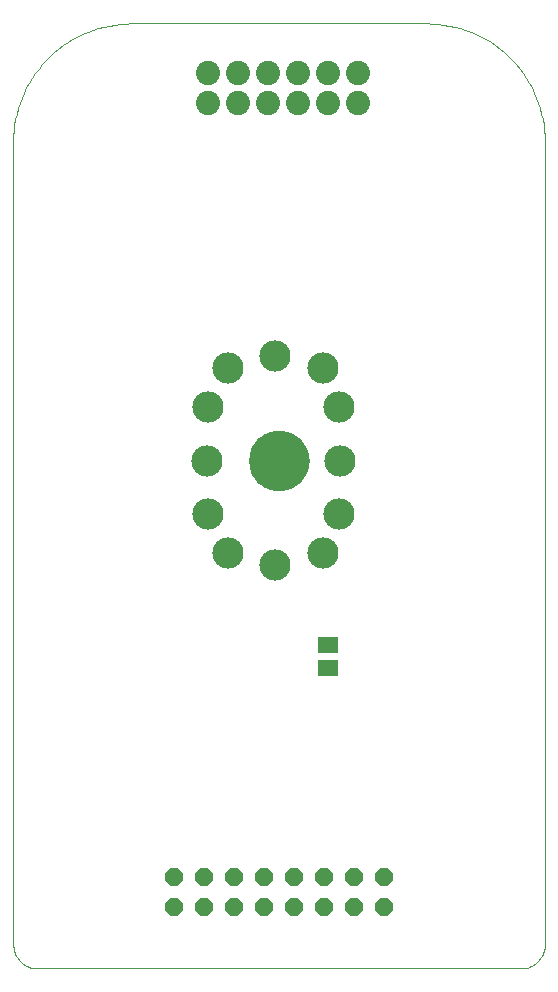
<source format=gbs>
G75*
G70*
%OFA0B0*%
%FSLAX24Y24*%
%IPPOS*%
%LPD*%
%AMOC8*
5,1,8,0,0,1.08239X$1,22.5*
%
%ADD10C,0.0000*%
%ADD11R,0.0670X0.0552*%
%ADD12OC8,0.0600*%
%ADD13C,0.0808*%
%ADD14C,0.1040*%
%ADD15C,0.2009*%
D10*
X000100Y000887D02*
X000100Y027659D01*
X000104Y027846D01*
X000118Y028033D01*
X000140Y028219D01*
X000171Y028404D01*
X000211Y028587D01*
X000259Y028768D01*
X000317Y028947D01*
X000382Y029122D01*
X000456Y029294D01*
X000538Y029463D01*
X000627Y029628D01*
X000725Y029788D01*
X000830Y029943D01*
X000942Y030093D01*
X001062Y030237D01*
X001188Y030376D01*
X001320Y030508D01*
X001459Y030634D01*
X001603Y030754D01*
X001753Y030866D01*
X001908Y030971D01*
X002068Y031069D01*
X002233Y031158D01*
X002402Y031240D01*
X002574Y031314D01*
X002749Y031379D01*
X002928Y031437D01*
X003109Y031485D01*
X003292Y031525D01*
X003477Y031556D01*
X003663Y031578D01*
X003850Y031592D01*
X004037Y031596D01*
X013880Y031596D01*
X014067Y031592D01*
X014254Y031578D01*
X014440Y031556D01*
X014625Y031525D01*
X014808Y031485D01*
X014989Y031437D01*
X015168Y031379D01*
X015343Y031314D01*
X015515Y031240D01*
X015684Y031158D01*
X015848Y031069D01*
X016009Y030971D01*
X016164Y030866D01*
X016314Y030754D01*
X016458Y030634D01*
X016597Y030508D01*
X016729Y030376D01*
X016855Y030237D01*
X016975Y030093D01*
X017087Y029943D01*
X017192Y029788D01*
X017290Y029628D01*
X017379Y029463D01*
X017461Y029294D01*
X017535Y029122D01*
X017600Y028947D01*
X017658Y028768D01*
X017706Y028587D01*
X017746Y028404D01*
X017777Y028219D01*
X017799Y028033D01*
X017813Y027846D01*
X017817Y027659D01*
X017817Y000887D01*
X017816Y000887D02*
X017814Y000833D01*
X017809Y000780D01*
X017800Y000727D01*
X017787Y000675D01*
X017771Y000623D01*
X017751Y000573D01*
X017728Y000525D01*
X017701Y000478D01*
X017672Y000433D01*
X017639Y000390D01*
X017604Y000350D01*
X017566Y000312D01*
X017526Y000277D01*
X017483Y000244D01*
X017438Y000215D01*
X017391Y000188D01*
X017343Y000165D01*
X017293Y000145D01*
X017241Y000129D01*
X017189Y000116D01*
X017136Y000107D01*
X017083Y000102D01*
X017029Y000100D01*
X000887Y000100D01*
X000833Y000102D01*
X000780Y000107D01*
X000727Y000116D01*
X000675Y000129D01*
X000623Y000145D01*
X000573Y000165D01*
X000525Y000188D01*
X000478Y000215D01*
X000433Y000244D01*
X000390Y000277D01*
X000350Y000312D01*
X000312Y000350D01*
X000277Y000390D01*
X000244Y000433D01*
X000215Y000478D01*
X000188Y000525D01*
X000165Y000573D01*
X000145Y000623D01*
X000129Y000675D01*
X000116Y000727D01*
X000107Y000780D01*
X000102Y000833D01*
X000100Y000887D01*
X007974Y017029D02*
X007976Y017091D01*
X007982Y017154D01*
X007992Y017215D01*
X008006Y017276D01*
X008023Y017336D01*
X008044Y017395D01*
X008070Y017452D01*
X008098Y017507D01*
X008130Y017561D01*
X008166Y017612D01*
X008204Y017662D01*
X008246Y017708D01*
X008290Y017752D01*
X008338Y017793D01*
X008387Y017831D01*
X008439Y017865D01*
X008493Y017896D01*
X008549Y017924D01*
X008607Y017948D01*
X008666Y017969D01*
X008726Y017985D01*
X008787Y017998D01*
X008849Y018007D01*
X008911Y018012D01*
X008974Y018013D01*
X009036Y018010D01*
X009098Y018003D01*
X009160Y017992D01*
X009220Y017977D01*
X009280Y017959D01*
X009338Y017937D01*
X009395Y017911D01*
X009450Y017881D01*
X009503Y017848D01*
X009554Y017812D01*
X009602Y017773D01*
X009648Y017730D01*
X009691Y017685D01*
X009731Y017637D01*
X009768Y017587D01*
X009802Y017534D01*
X009833Y017480D01*
X009859Y017424D01*
X009883Y017366D01*
X009902Y017306D01*
X009918Y017246D01*
X009930Y017184D01*
X009938Y017123D01*
X009942Y017060D01*
X009942Y016998D01*
X009938Y016935D01*
X009930Y016874D01*
X009918Y016812D01*
X009902Y016752D01*
X009883Y016692D01*
X009859Y016634D01*
X009833Y016578D01*
X009802Y016524D01*
X009768Y016471D01*
X009731Y016421D01*
X009691Y016373D01*
X009648Y016328D01*
X009602Y016285D01*
X009554Y016246D01*
X009503Y016210D01*
X009450Y016177D01*
X009395Y016147D01*
X009338Y016121D01*
X009280Y016099D01*
X009220Y016081D01*
X009160Y016066D01*
X009098Y016055D01*
X009036Y016048D01*
X008974Y016045D01*
X008911Y016046D01*
X008849Y016051D01*
X008787Y016060D01*
X008726Y016073D01*
X008666Y016089D01*
X008607Y016110D01*
X008549Y016134D01*
X008493Y016162D01*
X008439Y016193D01*
X008387Y016227D01*
X008338Y016265D01*
X008290Y016306D01*
X008246Y016350D01*
X008204Y016396D01*
X008166Y016446D01*
X008130Y016497D01*
X008098Y016551D01*
X008070Y016606D01*
X008044Y016663D01*
X008023Y016722D01*
X008006Y016782D01*
X007992Y016843D01*
X007982Y016904D01*
X007976Y016967D01*
X007974Y017029D01*
D11*
X010576Y010876D03*
X010576Y010128D03*
D12*
X010443Y003151D03*
X010443Y002151D03*
X011443Y002151D03*
X011443Y003151D03*
X012443Y003151D03*
X012443Y002151D03*
X009443Y002151D03*
X009443Y003151D03*
X008443Y003151D03*
X008443Y002151D03*
X007443Y002151D03*
X007443Y003151D03*
X006443Y003151D03*
X006443Y002151D03*
X005443Y002151D03*
X005443Y003151D03*
D13*
X006584Y028939D03*
X006584Y029939D03*
X007584Y029939D03*
X007584Y028939D03*
X008584Y028939D03*
X008584Y029939D03*
X009584Y029939D03*
X009584Y028939D03*
X010584Y028939D03*
X010584Y029939D03*
X011584Y029939D03*
X011584Y028939D03*
D14*
X008833Y020501D03*
X007258Y020107D03*
X006596Y018801D03*
X006546Y017029D03*
X006596Y015257D03*
X007258Y013951D03*
X008833Y013558D03*
X010408Y013951D03*
X010945Y015257D03*
X010995Y017029D03*
X010945Y018801D03*
X010408Y020107D03*
D15*
X008958Y017029D03*
M02*

</source>
